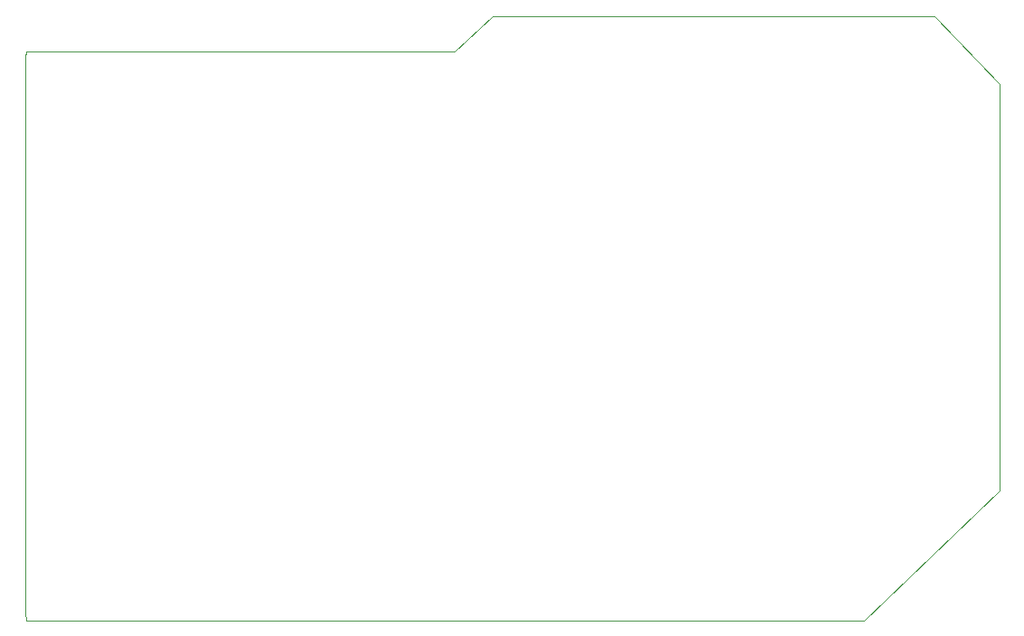
<source format=gm1>
G04 #@! TF.GenerationSoftware,KiCad,Pcbnew,(6.0.0)*
G04 #@! TF.CreationDate,2023-01-29T20:42:12-05:00*
G04 #@! TF.ProjectId,tms7000 qfp 60 adapter,746d7337-3030-4302-9071-667020363020,rev?*
G04 #@! TF.SameCoordinates,Original*
G04 #@! TF.FileFunction,Profile,NP*
%FSLAX46Y46*%
G04 Gerber Fmt 4.6, Leading zero omitted, Abs format (unit mm)*
G04 Created by KiCad (PCBNEW (6.0.0)) date 2023-01-29 20:42:12*
%MOMM*%
%LPD*%
G01*
G04 APERTURE LIST*
G04 #@! TA.AperFunction,Profile*
%ADD10C,0.100000*%
G04 #@! TD*
G04 APERTURE END LIST*
D10*
X117348000Y-99314000D02*
X117221000Y-98552000D01*
X120142000Y-99314000D02*
X117348000Y-99314000D01*
X117221000Y-46482000D02*
X117221000Y-81407000D01*
X133096000Y-45974000D02*
X119634000Y-45974000D01*
X208534000Y-49022000D02*
X208534000Y-87122000D01*
X117348000Y-45974000D02*
X117221000Y-46482000D01*
X202438000Y-42672000D02*
X208534000Y-49022000D01*
X119634000Y-45974000D02*
X117348000Y-45974000D01*
X208534000Y-87122000D02*
X195834000Y-99314000D01*
X188468000Y-42672000D02*
X161036000Y-42672000D01*
X157480000Y-45974000D02*
X133096000Y-45974000D01*
X195834000Y-99314000D02*
X120142000Y-99314000D01*
X188468000Y-42672000D02*
X202438000Y-42672000D01*
X117221000Y-81407000D02*
X117221000Y-98552000D01*
X161036000Y-42672000D02*
X157480000Y-45974000D01*
M02*

</source>
